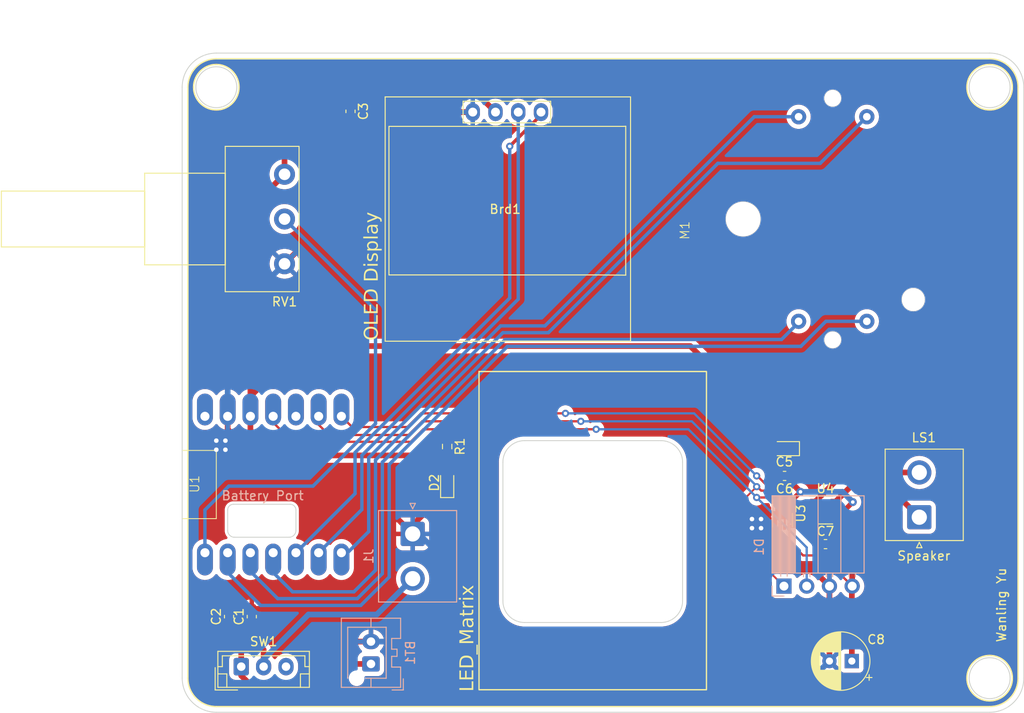
<source format=kicad_pcb>
(kicad_pcb (version 20221018) (generator pcbnew)
  (layers (0 "F.Cu" signal) (31 "B.Cu" signal) (34 "B.Paste" user) (35 "F.Paste" user) (36 "B.SilkS" user "B.Silkscreen") (37 "F.SilkS" user "F.Silkscreen") (38 "B.Mask" user) (39 "F.Mask" user) (44 "Edge.Cuts" user))
  (net 0 "")
  (net 2 "GND")
  (net 4 "/SCL")
  (net 5 "/SDA")
  (net 6 "+3.3V")
  (net 7 "Net-(U3-Vout)")
  (net 8 "Net-(U4-IN)")
  (net 9 "Net-(D2-A)")
  (net 10 "Net-(U4-OUT+)")
  (net 11 "Net-(U4-OUT-)")
  (net 12 "/M1")
  (net 13 "/M2")
  (net 14 "/M3")
  (net 15 "/M4")
  (net 16 "/Volumn")
  (net 18 "/SDI")
  (net 19 "/SCK")
  (net 20 "/CS")
  (net 21 "Net-(BT1-+)")
  (net 22 "Net-(J1-Pin_2)")
  (footprint "Capacitor_SMD:C_0603_1608Metric_Pad1.08x0.95mm_HandSolder" (layer "F.Cu") (at 81.4324 107.422 90)
    (fp_text reference "C2" (at 0 -1.43 90) (layer "F.SilkS"))
    (fp_text value "100n")
    (pad "1" smd roundrect (at -0.8625 0 90) (size 1.075 0.95) (layers "F.Cu" "F.Paste" "F.Mask") (net 21 "Net-(BT1-+)"))
    (pad "2" smd roundrect (at 0.8625 0 90) (size 1.075 0.95) (layers "F.Cu" "F.Paste" "F.Mask") (net 2 "GND"))
  )
  (footprint "Resistor_SMD:R_0603_1608Metric_Pad0.98x0.95mm_HandSolder" (layer "F.Cu") (at 105.791 88.4155 -90)
    (fp_text reference "R1" (at 0 -1.43 90) (layer "F.SilkS"))
    (fp_text value "1k")
    (pad "1" smd roundrect (at -0.9125 0 270) (size 0.975 0.95) (layers "F.Cu" "F.Paste" "F.Mask") (net 6 "+3.3V"))
    (pad "2" smd roundrect (at 0.9125 0 270) (size 0.975 0.95) (layers "F.Cu" "F.Paste" "F.Mask") (net 9 "Net-(D2-A)"))
  )
  (footprint "Capacitor_SMD:C_0603_1608Metric_Pad1.08x0.95mm_HandSolder" (layer "F.Cu") (at 94.996 50.957 -90)
    (fp_text reference "C3" (at 0 -1.43 90) (layer "F.SilkS"))
    (fp_text value "100n")
    (pad "1" smd roundrect (at -0.8625 0 270) (size 1.075 0.95) (layers "F.Cu" "F.Paste" "F.Mask") (net 6 "+3.3V"))
    (pad "2" smd roundrect (at 0.8625 0 270) (size 1.075 0.95) (layers "F.Cu" "F.Paste" "F.Mask") (net 2 "GND"))
  )
  (footprint "Potentiometer_THT:Potentiometer_Piher_PC-16_Single_Horizontal" (layer "F.Cu") (at 87.63 57.992 180)
    (fp_text reference "RV1" (at 0 -14.25) (layer "F.SilkS"))
    (fp_text value "R_Potentiometer")
    (pad "1" thru_hole circle (at 0 0 180) (size 2.34 2.34) (drill 1.3) (layers "*.Cu" "*.Mask") (net 6 "+3.3V"))
    (pad "2" thru_hole circle (at 0 -5 180) (size 2.34 2.34) (drill 1.3) (layers "*.Cu" "*.Mask") (net 16 "/Volumn"))
    (pad "3" thru_hole circle (at 0 -10 180) (size 2.34 2.34) (drill 1.3) (layers "*.Cu" "*.Mask") (net 2 "GND"))
  )
  (footprint "Capacitor_Tantalum_SMD:CP_EIA-1608-08_AVX-J_Pad1.25x1.05mm_HandSolder" (layer "F.Cu") (at 143.4477 88.6507 180)
    (fp_text reference "C5" (at 0 -1.48) (layer "F.SilkS"))
    (fp_text value "10u")
    (pad "1" smd roundrect (at -0.8 0 180) (size 1.25 1.05) (layers "F.Cu" "F.Paste" "F.Mask") (roundrect_rratio 0.2380952381) (net 6 "+3.3V"))
    (pad "2" smd roundrect (at 0.8 0 180) (size 1.25 1.05) (layers "F.Cu" "F.Paste" "F.Mask") (roundrect_rratio 0.2380952381) (net 2 "GND"))
  )
  (footprint "Capacitor_SMD:C_0603_1608Metric_Pad1.08x0.95mm_HandSolder" (layer "F.Cu") (at 143.4677 91.6987 180)
    (fp_text reference "C6" (at 0 -1.43) (layer "F.SilkS"))
    (fp_text value "100n")
    (pad "1" smd roundrect (at -0.8625 0 180) (size 1.075 0.95) (layers "F.Cu" "F.Paste" "F.Mask") (net 6 "+3.3V"))
    (pad "2" smd roundrect (at 0.8625 0 180) (size 1.075 0.95) (layers "F.Cu" "F.Paste" "F.Mask") (net 2 "GND"))
  )
  (footprint "Library:128x64OLED" (layer "F.Cu") (at 112.268 61.642)
    (fp_text reference "Brd1" (at 0 0.254) (layer "F.SilkS"))
    (fp_text value "SSD1306")
    (pad "1" thru_hole oval (at -3.62 -10.6 90) (size 2 1.6) (drill 1) (layers "*.Cu" "*.Mask") (net 2 "GND"))
    (pad "2" thru_hole oval (at -1.08 -10.6 90) (size 2 1.6) (drill 1) (layers "*.Cu" "*.Mask") (net 6 "+3.3V"))
    (pad "3" thru_hole oval (at 1.46 -10.6 90) (size 2 1.6) (drill 1) (layers "*.Cu" "*.Mask") (net 4 "/SCL"))
    (pad "4" thru_hole oval (at 4 -10.6 90) (size 2 1.6) (drill 1) (layers "*.Cu" "*.Mask") (net 5 "/SDA"))
  )
  (footprint "Connector_JST:JST_EH_B3B-EH-A_1x03_P2.50mm_Vertical" (layer "F.Cu") (at 82.7932 113.0106)
    (fp_text reference "SW1" (at 2.5 -2.8) (layer "F.SilkS"))
    (fp_text value "SW_SPDT")
    (pad "1" thru_hole roundrect (at 0 0) (size 1.7 1.95) (drill 0.95) (layers "*.Cu" "*.Mask") (roundrect_rratio 0.1470588235) (net 21 "Net-(BT1-+)"))
    (pad "2" thru_hole oval (at 2.5 0) (size 1.7 1.95) (drill 0.95) (layers "*.Cu" "*.Mask") (net 22 "Net-(J1-Pin_2)"))
    (pad "3" thru_hole oval (at 5 0) (size 1.7 1.95) (drill 0.95) (layers "*.Cu" "*.Mask"))
  )
  (footprint "Library:X27_stepper_motor" (layer "F.Cu") (at 159.004 60.452 90)
    (fp_text reference "M1" (at -3.81 -26.67 90 unlocked) (layer "F.SilkS") (effects (font (thickness 0.1))))
    (fp_text value "Stepper_Motor_bipolar")
    (fp_circle (center -16.04 -10.16) (end -15.09 -10.16) (stroke (width 0.05)) (fill none) (layer "Edge.Cuts"))
    (fp_circle (center -11.54 -1.16) (end -10.24 -1.16) (stroke (width 0.05)) (fill none) (layer "Edge.Cuts"))
    (fp_circle (center -2.54 -20.16) (end -0.59 -20.16) (stroke (width 0.05)) (fill none) (layer "Edge.Cuts"))
    (fp_circle (center 10.96 -10.16) (end 11.91 -10.16) (stroke (width 0.05)) (fill none) (layer "Edge.Cuts"))
    (pad "1" thru_hole circle (at 8.89 -13.97 90) (size 1.7 1.7) (drill 0.85) (layers "*.Cu" "*.Mask") (net 12 "/M1"))
    (pad "2" thru_hole circle (at 8.89 -6.35 90) (size 1.7 1.7) (drill 0.85) (layers "*.Cu" "*.Mask") (net 13 "/M2"))
    (pad "3" thru_hole circle (at -13.97 -6.35 90) (size 1.7 1.7) (drill 0.85) (layers "*.Cu" "*.Mask") (net 14 "/M3"))
    (pad "4" thru_hole circle (at -13.97 -13.97 90) (size 1.7 1.7) (drill 0.85) (layers "*.Cu" "*.Mask") (net 15 "/M4"))
  )
  (footprint "Package_DFN_QFN:DFN-8-1EP_3x2mm_P0.5mm_EP1.3x1.5mm" (layer "F.Cu") (at 143.2137 95.8897 -90)
    (fp_text reference "U3" (at 0 -2.05 90) (layer "F.SilkS"))
    (fp_text value "MCP4921")
    (pad "1" smd rect (at -1.45 -0.75 270) (size 0.75 0.3) (layers "F.Cu" "F.Paste" "F.Mask") (net 6 "+3.3V"))
    (pad "2" smd rect (at -1.45 -0.25 270) (size 0.75 0.3) (layers "F.Cu" "F.Paste" "F.Mask") (net 20 "/CS"))
    (pad "3" smd rect (at -1.45 0.25 270) (size 0.75 0.3) (layers "F.Cu" "F.Paste" "F.Mask") (net 19 "/SCK"))
    (pad "4" smd rect (at -1.45 0.75 270) (size 0.75 0.3) (layers "F.Cu" "F.Paste" "F.Mask") (net 18 "/SDI"))
    (pad "5" smd rect (at 1.45 0.75 270) (size 0.75 0.3) (layers "F.Cu" "F.Paste" "F.Mask") (net 2 "GND"))
    (pad "6" smd rect (at 1.45 0.25 270) (size 0.75 0.3) (layers "F.Cu" "F.Paste" "F.Mask") (net 6 "+3.3V"))
    (pad "7" smd rect (at 1.45 -0.25 270) (size 0.75 0.3) (layers "F.Cu" "F.Paste" "F.Mask") (net 2 "GND"))
    (pad "8" smd rect (at 1.45 -0.75 270) (size 0.75 0.3) (layers "F.Cu" "F.Paste" "F.Mask") (net 7 "Net-(U3-Vout)"))
    (pad "9" smd rect (at 0 0 270) (size 1.3 1.5) (layers "F.Cu" "F.Mask") (net 2 "GND"))
  )
  (footprint "Library:XIAO_ESP32_SENSE" (layer "F.Cu") (at 86.36 92.6592 90)
    (fp_text reference "U1" (at 0.0508 -8.763 90 unlocked) (layer "F.SilkS") (effects (font (thickness 0.1))))
    (fp_text value "Xiao-ESP32")
    (pad "1" thru_hole oval (at -7.62 -7.62 90) (size 3.556 1.778) (drill 1.016 (offset -0.762 0)) (layers "*.Cu" "*.Mask") (net 16 "/Volumn"))
    (pad "2" thru_hole oval (at -7.62 -5.08 90) (size 3.556 1.778) (drill 1.016 (offset -0.762 0)) (layers "*.Cu" "*.Mask") (net 14 "/M3"))
    (pad "3" thru_hole oval (at -7.62 -2.54 90) (size 3.556 1.778) (drill 1.016 (offset -0.762 0)) (layers "*.Cu" "*.Mask") (net 15 "/M4"))
    (pad "4" thru_hole oval (at -7.62 0 90) (size 3.556 1.778) (drill 1.016 (offset -0.762 0)) (layers "*.Cu" "*.Mask") (net 13 "/M2"))
    (pad "5" thru_hole oval (at -7.62 2.54 90) (size 3.556 1.778) (drill 1.016 (offset -0.762 0)) (layers "*.Cu" "*.Mask") (net 5 "/SDA"))
    (pad "6" thru_hole oval (at -7.62 5.08 90) (size 3.556 1.778) (drill 1.016 (offset -0.762 0)) (layers "*.Cu" "*.Mask") (net 4 "/SCL"))
    (pad "7" thru_hole oval (at -7.62 7.62 90) (size 3.556 1.778) (drill 1.016 (offset -0.762 0)) (layers "*.Cu" "*.Mask") (net 12 "/M1"))
    (pad "8" thru_hole oval (at 7.62 -7.62 90) (size 3.556 1.778) (drill 1.016 (offset 0.762 0)) (layers "*.Cu" "*.Mask"))
    (pad "9" thru_hole oval (at 7.62 -5.08 90) (size 3.556 1.778) (drill 1.016 (offset 0.762 0)) (layers "*.Cu" "*.Mask") (net 2 "GND"))
    (pad "10" thru_hole oval (at 7.62 -2.54 90) (size 3.556 1.778) (drill 1.016 (offset 0.762 0)) (layers "*.Cu" "*.Mask") (net 6 "+3.3V"))
    (pad "11" thru_hole oval (at 7.62 0 90) (size 3.556 1.778) (drill 1.016 (offset 0.762 0)) (layers "*.Cu" "*.Mask") (net 18 "/SDI"))
    (pad "12" thru_hole oval (at 7.62 2.54 90) (size 3.556 1.778) (drill 1.016 (offset 0.762 0)) (layers "*.Cu" "*.Mask"))
    (pad "13" thru_hole oval (at 7.62 5.08 90) (size 3.556 1.778) (drill 1.016 (offset 0.762 0)) (layers "*.Cu" "*.Mask") (net 19 "/SCK"))
    (pad "14" thru_hole oval (at 7.62 7.62 90) (size 3.556 1.778) (drill 1.016 (offset 0.762 0)) (layers "*.Cu" "*.Mask") (net 20 "/CS"))
  )
  (footprint "Package_TO_SOT_SMD:SOT-23-6" (layer "F.Cu") (at 148.0397 95.5087)
    (fp_text reference "U4" (at 0 -2.4) (layer "F.SilkS"))
    (fp_text value "PAM8301")
    (pad "1" smd roundrect (at -1.1375 -0.95) (size 1.325 0.6) (layers "F.Cu" "F.Paste" "F.Mask") (net 11 "Net-(U4-OUT-)"))
    (pad "2" smd roundrect (at -1.1375 0) (size 1.325 0.6) (layers "F.Cu" "F.Paste" "F.Mask") (net 2 "GND"))
    (pad "3" smd roundrect (at -1.1375 0.95) (size 1.325 0.6) (layers "F.Cu" "F.Paste" "F.Mask") (net 8 "Net-(U4-IN)"))
    (pad "4" smd roundrect (at 1.1375 0.95) (size 1.325 0.6) (layers "F.Cu" "F.Paste" "F.Mask") (net 6 "+3.3V"))
    (pad "5" smd roundrect (at 1.1375 0) (size 1.325 0.6) (layers "F.Cu" "F.Paste" "F.Mask") (net 6 "+3.3V"))
    (pad "6" smd roundrect (at 1.1375 -0.95) (size 1.325 0.6) (layers "F.Cu" "F.Paste" "F.Mask") (net 10 "Net-(U4-OUT+)"))
  )
  (footprint "Capacitor_SMD:C_0603_1608Metric_Pad1.08x0.95mm_HandSolder" (layer "F.Cu") (at 148.0397 99.3187)
    (fp_text reference "C7" (at 0 -1.43) (layer "F.SilkS"))
    (fp_text value "100n")
    (pad "1" smd roundrect (at -0.8625 0) (size 1.075 0.95) (layers "F.Cu" "F.Paste" "F.Mask") (net 7 "Net-(U3-Vout)"))
    (pad "2" smd roundrect (at 0.8625 0) (size 1.075 0.95) (layers "F.Cu" "F.Paste" "F.Mask") (net 8 "Net-(U4-IN)"))
  )
  (footprint "Capacitor_SMD:C_0603_1608Metric_Pad1.08x0.95mm_HandSolder" (layer "F.Cu") (at 83.9724 107.422 90)
    (fp_text reference "C1" (at 0 -1.43 90) (layer "F.SilkS"))
    (fp_text value "1u")
    (pad "1" smd roundrect (at -0.8625 0 90) (size 1.075 0.95) (layers "F.Cu" "F.Paste" "F.Mask") (net 22 "Net-(J1-Pin_2)"))
    (pad "2" smd roundrect (at 0.8625 0 90) (size 1.075 0.95) (layers "F.Cu" "F.Paste" "F.Mask") (net 2 "GND"))
  )
  (footprint "Connector_JST:JST_NV_B02P-NV_1x02_P5.00mm_Vertical" (layer "F.Cu") (at 158.5133 96.313 90)
    (fp_text reference "LS1" (at 8.89 0.508 180) (layer "F.SilkS"))
    (fp_text value "Speaker")
    (pad "1" thru_hole roundrect (at 0 0 90) (size 2.7 2.7) (drill 1.7) (layers "*.Cu" "*.Mask") (roundrect_rratio 0.09259296296) (net 10 "Net-(U4-OUT+)"))
    (pad "2" thru_hole circle (at 5 0 90) (size 2.7 2.7) (drill 1.7) (layers "*.Cu" "*.Mask") (net 11 "Net-(U4-OUT-)"))
  )
  (footprint "LED_SMD:LED_0603_1608Metric_Pad1.05x0.95mm_HandSolder" (layer "F.Cu") (at 105.791 92.456 90)
    (fp_text reference "D2" (at 0 -1.43 90) (layer "F.SilkS"))
    (fp_text value "LED")
    (pad "1" smd roundrect (at -0.875 0 90) (size 1.05 0.95) (layers "F.Cu" "F.Paste" "F.Mask") (net 2 "GND"))
    (pad "2" smd roundrect (at 0.875 0 90) (size 1.05 0.95) (layers "F.Cu" "F.Paste" "F.Mask") (net 9 "Net-(D2-A)"))
  )
  (footprint "Capacitor_THT:CP_Radial_D6.3mm_P2.50mm" (layer "F.Cu") (at 150.9803 112.3892 180)
    (fp_text reference "C8" (at -2.707 2.4072) (layer "F.SilkS"))
    (fp_text value locked "220u")
    (pad "1" thru_hole rect (at 0 0 180) (size 1.6 1.6) (drill 0.8) (layers "*.Cu" "*.Mask") (net 6 "+3.3V"))
    (pad "2" thru_hole circle (at 2.5 0 180) (size 1.6 1.6) (drill 0.8) (layers "*.Cu" "*.Mask") (net 2 "GND"))
  )
  (footprint "Connector_PinSocket_2.54mm:PinSocket_1x04_P2.54mm_Horizontal" (layer "B.Cu") (at 143.4003 104.013 -90)
    (fp_text reference "D1" (at -4.38 2.77 90) (layer "B.SilkS") (effects (justify mirror)))
    (fp_text value "LED_Matrix")
    (pad "1" thru_hole rect (at 0 0 270) (size 1.7 1.7) (drill 1) (layers "*.Cu" "*.Mask") (net 19 "/SCK"))
    (pad "2" thru_hole oval (at 0 -2.54 270) (size 1.7 1.7) (drill 1) (layers "*.Cu" "*.Mask") (net 18 "/SDI"))
    (pad "3" thru_hole oval (at 0 -5.08 270) (size 1.7 1.7) (drill 1) (layers "*.Cu" "*.Mask") (net 2 "GND"))
    (pad "4" thru_hole oval (at 0 -7.62 270) (size 1.7 1.7) (drill 1) (layers "*.Cu" "*.Mask") (net 6 "+3.3V"))
  )
  (footprint "Connector_JST:JST_XA_B02B-XASK-1-A_1x02_P2.50mm_Vertical" (layer "B.Cu") (at 97.282 112.7106 90)
    (fp_text reference "BT1" (at 1.25 4.4 90) (layer "B.SilkS") (effects (justify mirror)))
    (fp_text value "Battery_Cell")
    (pad "" np_thru_hole circle (at -1.6 -1.6 90) (size 1.25 1.25) (drill 1.25) (layers "*.Cu" "*.Mask"))
    (pad "1" thru_hole roundrect (at 0 0 90) (size 1.7 1.95) (drill 0.95) (layers "*.Cu" "*.Mask") (roundrect_rratio 0.1470588235) (net 21 "Net-(BT1-+)"))
    (pad "2" thru_hole oval (at 2.5 0 90) (size 1.7 1.95) (drill 0.95) (layers "*.Cu" "*.Mask") (net 2 "GND"))
  )
  (footprint "Connector_JST:JST_NV_B02P-NV_1x02_P5.00mm_Vertical" (layer "B.Cu") (at 101.939 98.1795 -90)
    (fp_text reference "J1" (at 2.5 4.9 -270) (layer "B.SilkS") (effects (justify mirror)))
    (fp_text value "Conn_01x02_Pin")
    (pad "1" thru_hole roundrect (at 0 0 270) (size 2.7 2.7) (drill 1.7) (layers "*.Cu" "*.Mask") (roundrect_rratio 0.09259296296) (net 2 "GND"))
    (pad "2" thru_hole circle (at 5 0 270) (size 2.7 2.7) (drill 1.7) (layers "*.Cu" "*.Mask") (net 22 "Net-(J1-Pin_2)"))
  )
  (gr_arc (start 80.01 117.475) (mid 77.764936 116.545064) (end 76.835 114.3) (stroke (width 0.15)) (layer "F.SilkS"))
  (gr_rect (start 109.347 80.03179) (end 134.747 115.59179) (stroke (width 0.15)) (fill none) (layer "F.SilkS"))
  (gr_arc (start 166.37 45.085) (mid 168.615064 46.014936) (end 169.545 48.26) (stroke (width 0.15)) (layer "F.SilkS"))
  (gr_circle (center 80.01 48.26) (end 82.55 48.26) (stroke (width 0.15)) (fill none) (layer "F.SilkS"))
  (gr_line (start 80.01 45.085) (end 166.37 45.085) (stroke (width 0.15)) (layer "F.SilkS"))
  (gr_line (start 166.37 117.475) (end 80.01 117.475) (stroke (width 0.15)) (layer "F.SilkS"))
  (gr_circle (center 166.37 114.3) (end 168.91 114.3) (stroke (width 0.15)) (fill none) (layer "F.SilkS"))
  (gr_arc (start 76.835 48.26) (mid 77.764936 46.014936) (end 80.01 45.085) (stroke (width 0.15)) (layer "F.SilkS"))
  (gr_circle (center 166.37 48.26) (end 168.91 48.26) (stroke (width 0.15)) (fill none) (layer "F.SilkS"))
  (gr_line (start 76.835 114.3) (end 76.835 48.26) (stroke (width 0.15)) (layer "F.SilkS"))
  (gr_arc (start 169.545 114.3) (mid 168.615064 116.545064) (end 166.37 117.475) (stroke (width 0.15)) (layer "F.SilkS"))
  (gr_line (start 169.545 48.26) (end 169.545 114.3) (stroke (width 0.15)) (layer "F.SilkS"))
  (gr_circle (center 80.01 48.26) (end 82.296 48.26) (stroke (width 0.1)) (fill none) (layer "Edge.Cuts"))
  (gr_line (start 88.9 97.79) (end 88.9 95.504) (stroke (width 0.1)) (layer "Edge.Cuts"))
  (gr_line (start 112.014 90.17) (end 112.014 105.664) (stroke (width 0.1)) (layer "Edge.Cuts"))
  (gr_arc (start 129.667 87.757) (mid 131.373249 88.463751) (end 132.08 90.17) (stroke (width 0.1)) (layer "Edge.Cuts"))
  (gr_line (start 80.01 118.11) (end 166.37 118.11) (stroke (width 0.1)) (layer "Edge.Cuts"))
  (gr_arc (start 114.427 108.077) (mid 112.720751 107.370249) (end 112.014 105.664) (stroke (width 0.1)) (layer "Edge.Cuts"))
  (gr_arc (start 170.18 114.3) (mid 169.064077 116.994077) (end 166.37 118.11) (stroke (width 0.1)) (layer "Edge.Cuts"))
  (gr_line (start 88.265 94.869) (end 81.915 94.869) (stroke (width 0.1)) (layer "Edge.Cuts"))
  (gr_arc (start 166.37 44.45) (mid 169.064077 45.565923) (end 170.18 48.26) (stroke (width 0.1)) (layer "Edge.Cuts"))
  (gr_arc (start 88.265 94.869) (mid 88.714013 95.054987) (end 88.9 95.504) (stroke (width 0.1)) (layer "Edge.Cuts"))
  (gr_arc (start 81.28 95.504) (mid 81.465987 95.054987) (end 81.915 94.869) (stroke (width 0.1)) (layer "Edge.Cuts"))
  (gr_arc (start 132.08 105.664) (mid 131.373249 107.370249) (end 129.667 108.077) (stroke (width 0.1)) (layer "Edge.Cuts"))
  (gr_line (start 132.08 105.664) (end 132.08 90.17) (stroke (width 0.1)) (layer "Edge.Cuts"))
  (gr_arc (start 76.2 48.26) (mid 77.315923 45.565923) (end 80.01 44.45) (stroke (width 0.1)) (layer "Edge.Cuts"))
  (gr_circle (center 166.37 114.3) (end 168.656 114.3) (stroke (width 0.1)) (fill none) (layer "Edge.Cuts"))
  (gr_line (start 170.18 48.26) (end 170.18 114.3) (stroke (width 0.1)) (layer "Edge.Cuts"))
  (gr_arc (start 80.01 118.11) (mid 77.323786 116.986214) (end 76.2 114.3) (stroke (width 0.1)) (layer "Edge.Cuts"))
  (gr_circle (center 166.37 48.26) (end 168.656 48.26) (stroke (width 0.1)) (fill none) (layer "Edge.Cuts"))
  (gr_line (start 76.2 114.3) (end 76.2 48.26) (stroke (width 0.1)) (layer "Edge.Cuts"))
  (gr_line (start 80.01 44.45) (end 166.37 44.45) (stroke (width 0.1)) (layer "Edge.Cuts"))
  (gr_arc (start 112.014 90.17) (mid 112.720751 88.463751) (end 114.427 87.757) (stroke (width 0.1)) (layer "Edge.Cuts"))
  (gr_arc (start 88.9 97.79) (mid 88.676815 98.328815) (end 88.138 98.552) (stroke (width 0.1)) (layer "Edge.Cuts"))
  (gr_arc (start 82.042 98.552) (mid 81.503185 98.328815) (end 81.28 97.79) (stroke (width 0.1)) (layer "Edge.Cuts"))
  (gr_line (start 81.28 95.504) (end 81.28 97.79) (stroke (width 0.1)) (layer "Edge.Cuts"))
  (gr_line (start 129.667 87.757) (end 114.427 87.757) (stroke (width 0.1)) (layer "Edge.Cuts"))
  (gr_line (start 82.042 98.552) (end 88.138 98.552) (stroke (width 0.1)) (layer "Edge.Cuts"))
  (gr_line (start 114.427 108.077) (end 129.667 108.077) (stroke (width 0.1)) (layer "Edge.Cuts"))
  (gr_text "Battery Port" (at 80.518 94.488) (layer "B.SilkS") (effects (font (size 1 1)) (justify left bottom)))
  (gr_text "LED_Matrix" (at 108.966 115.824 90) (layer "F.SilkS") (effects (font (size 1.524 1.524)) (justify left bottom)))
  (gr_text "Wanling Yu" (at 168.275 110.363 90) (layer "F.SilkS") (effects (font (size 1 1)) (justify left bottom)))
  (gr_text "Speaker" (at 155.9733 101.219) (layer "F.SilkS") (effects (font (size 1 1)) (justify left bottom)))
  (gr_text "OLED Display" (at 98.298 76.581 90) (layer "F.SilkS") (effects (font (size 1.524 1.524)) (justify left bottom)))
  (segment (start 143.4637 97.3397) (end 143.4637 96.1397) (width 0.2032) (layer "F.Cu") (net 2))
  (segment (start 146.0673 101.6) (end 145.161 101.6) (width 0.635) (layer "F.Cu") (net 2))
  (segment (start 142.4633 96.6397) (end 143.2133 95.8897) (width 0.2032) (layer "F.Cu") (net 2))
  (segment (start 94.996 51.8195) (end 94.996 60.626) (width 0.635) (layer "F.Cu") (net 2))
  (segment (start 143.5943 95.5087) (end 143.2137 95.8893) (width 0.381) (layer "F.Cu") (net 2))
  (segment (start 85.598 90.805) (end 94.5645 90.805) (width 0.635) (layer "F.Cu") (net 2))
  (segment (start 83.9789 106.553) (end 83.9724 106.5595) (width 0.635) (layer "F.Cu") (net 2))
  (segment (start 148.8618 112.3435) (end 148.526 112.3435) (width 0.25) (layer "F.Cu") (net 2))
  (segment (start 81.28 85.0392) (end 81.28 86.487) (width 0.635) (layer "F.Cu") (net 2))
  (segment (start 146.9022 95.5087) (end 143.5947 95.5087) (width 0.508) (layer "F.Cu") (net 2))
  (segment (start 148.4803 104.013) (end 148.4803 112.389) (width 0.635) (layer "F.Cu") (net 2))
  (segment (start 148.526 112.3435) (end 148.4803 112.3892) (width 0.25) (layer "F.Cu") (net 2))
  (segment (start 142.2962 96.4472) (end 142.8537 95.8897) (width 0.635) (layer "F.Cu") (net 2))
  (segment (start 148.4803 104.013) (end 146.0673 101.6) (width 0.635) (layer "F.Cu") (net 2))
  (segment (start 101.939 98.1795) (end 101.939 97.183) (width 0.635) (layer "F.Cu") (net 2))
  (segment (start 97.282 110.2106) (end 91.9226 110.2106) (width 0.635) (layer "F.Cu") (net 2))
  (segment (start 95.7735 51.042) (end 94.996 51.8195) (width 0.635) (layer "F.Cu") (net 2))
  (segment (start 81.28 86.487) (end 85.598 90.805) (width 0.635) (layer "F.Cu") (net 2))
  (segment (start 108.648 51.042) (end 95.7735 51.042) (width 0.635) (layer "F.Cu") (net 2))
  (segment (start 143.2137 95.8893) (end 143.2137 95.8897) (width 0.25) (layer "F.Cu") (net 2))
  (segment (start 143.4637 96.1397) (end 143.2137 95.8897) (width 0.25) (layer "F.Cu") (net 2))
  (segment (start 148.0993 104.013) (end 148.4803 104.013) (width 0.25) (layer "F.Cu") (net 2))
  (segment (start 143.2137 95.8893) (end 143.2133 95.8897) (width 0.381) (layer "F.Cu") (net 2))
  (segment (start 148.8163 112.298) (end 148.8618 112.3435) (width 0.635) (layer "F.Cu") (net 2))
  (segment (start 94.996 60.626) (end 87.63 67.992) (width 0.635) (layer "F.Cu") (net 2))
  (segment (start 142.2962 98.7352) (end 142.2962 96.4472) (width 0.635) (layer "F.Cu") (net 2))
  (segment (start 142.6477 88.6507) (end 142.6052 88.6932) (width 0.25) (layer "F.Cu") (net 2))
  (segment (start 148.8618 112.3435) (end 148.9073 112.389) (width 0.635) (layer "F.Cu") (net 2))
  (segment (start 88.265 106.553) (end 83.9789 106.553) (width 0.635) (layer "F.Cu") (net 2))
  (segment (start 101.939 97.183) (end 105.791 93.331) (width 0.635) (layer "F.Cu") (net 2))
  (segment (start 94.5645 90.805) (end 101.939 98.1795) (width 0.635) (layer "F.Cu") (net 2))
  (segment (start 148.4803 112.389) (end 148.4803 112.3892) (width 0.25) (layer "F.Cu") (net 2))
  (segment (start 145.161 101.6) (end 142.2962 98.7352) (width 0.635) (layer "F.Cu") (net 2))
  (segment (start 142.4633 97.3397) (end 142.4633 96.6397) (width 0.2032) (layer "F.Cu") (net 2))
  (segment (start 143.4633 96.1397) (end 143.2133 95.8897) (width 0.2032) (layer "F.Cu") (net 2))
  (segment (start 142.4633 97.3397) (end 142.4637 97.3397) (width 0.25) (layer "F.Cu") (net 2))
  (segment (start 142.4633 97.3397) (end 142.4633 98.377) (width 0.25) (layer "F.Cu") (net 2))
  (segment (start 142.6052 88.6932) (end 142.6052 91.6987) (width 0.25) (layer "F.Cu") (net 2))
  (segment (start 91.9226 110.2106) (end 88.265 106.553) (width 0.635) (layer "F.Cu") (net 2))
  (segment (start 143.5947 95.5087) (end 143.2137 95.8897) (width 0.508) (layer "F.Cu") (net 2))
  (segment (start 81.4324 106.5595) (end 83.9724 106.5595) (width 0.635) (layer "F.Cu") (net 2))
  (segment (start 142.8537 95.8897) (end 143.2137 95.8897) (width 0.635) (layer "F.Cu") (net 2))
  (segment (start 146.9023 95.5087) (end 146.9022 95.5087) (width 0.381) (layer "F.Cu") (net 2))
  (via (at 139.827 96.52) (size 1.016) (drill 0.508) (layers "F.Cu" "B.Cu") (net 2))
  (via (at 80.01 88.773) (size 1.016) (drill 0.508) (layers "F.Cu" "B.Cu") (net 2))
  (via (at 81.026 87.757) (size 1.016) (drill 0.508) (layers "F.Cu" "B.Cu") (net 2))
  (via (at 80.01 87.757) (size 1.016) (drill 0.508) (layers "F.Cu" "B.Cu") (net 2))
  (via (at 140.843 96.52) (size 1.016) (drill 0.508) (layers "F.Cu" "B.Cu") (net 2))
  (via (at 139.827 97.536) (size 1.016) (drill 0.508) (layers "F.Cu" "B.Cu") (net 2))
  (via (at 81.026 88.773) (size 1.016) (drill 0.508) (layers "F.Cu" "B.Cu") (net 2))
  (via (at 140.843 97.536) (size 1.016) (drill 0.508) (layers "F.Cu" "B.Cu") (net 2))
  (segment (start 105.41 104.902) (end 110.617 110.109) (width 0.635) (layer "B.Cu") (net 2))
  (segment (start 100.1014 110.2106) (end 105.41 104.902) (width 0.635) (layer "B.Cu") (net 2))
  (segment (start 114.173 110.109) (end 119.761 115.697) (width 0.635) (layer "B.Cu") (net 2))
  (segment (start 110.617 110.109) (end 114.173 110.109) (width 0.635) (layer "B.Cu") (net 2))
  (segment (start 87.63 67.992) (end 81.28 74.342) (width 0.635) (layer "B.Cu") (net 2))
  (segment (start 119.761 115.697) (end 145.1725 115.697) (width 0.635) (layer "B.Cu") (net 2))
  (segment (start 81.28 74.342) (end 81.28 85.0392) (width 0.635) (layer "B.Cu") (net 2))
  (segment (start 105.41 104.902) (end 105.41 100.965) (width 0.635) (layer "B.Cu") (net 2))
  (segment (start 97.282 110.2106) (end 100.1014 110.2106) (width 0.635) (layer "B.Cu") (net 2))
  (segment (start 102.6245 98.1795) (end 101.939 98.1795) (width 0.635) (layer "B.Cu") (net 2))
  (segment (start 145.1725 115.697) (end 148.4803 112.3892) (width 0.635) (layer "B.Cu") (net 2))
  (segment (start 105.41 100.965) (end 102.6245 98.1795) (width 0.635) (layer "B.Cu") (net 2))
  (segment (start 91.44 100.2792) (end 96.266 95.4532) (width 0.381) (layer "B.Cu") (net 4))
  (segment (start 96.266 89.408) (end 113.728 71.946) (width 0.381) (layer "B.Cu") (net 4))
  (segment (start 96.266 95.4532) (end 96.266 89.408) (width 0.381) (layer "B.Cu") (net 4))
  (segment (start 113.728 71.946) (end 113.728 51.042) (width 0.381) (layer "B.Cu") (net 4))
  (segment (start 112.776 54.864) (end 116.268 51.372) (width 0.381) (layer "F.Cu") (net 5))
  (segment (start 116.268 51.372) (end 116.268 51.042) (width 0.381) (layer "F.Cu") (net 5))
  (via (at 112.776 54.864) (size 0.8) (drill 0.4) (layers "F.Cu" "B.Cu") (net 5))
  (segment (start 112.776 71.8185) (end 95.504 89.0905) (width 0.381) (layer "B.Cu") (net 5))
  (segment (start 95.504 89.0905) (end 95.504 93.6752) (width 0.381) (layer "B.Cu") (net 5))
  (segment (start 95.504 93.6752) (end 88.9 100.2792) (width 0.381) (layer "B.Cu") (net 5))
  (segment (start 112.776 54.864) (end 112.776 71.8185) (width 0.381) (layer "B.Cu") (net 5))
  (segment (start 144.2475 88.6509) (end 144.3563 88.7597) (width 0.635) (layer "F.Cu") (net 6))
  (segment (start 144.3563 91.6722) (end 144.3303 91.6987) (width 0.635) (layer "F.Cu") (net 6))
  (segment (start 150.9803 112.389) (end 150.9803 104.053) (width 0.635) (layer "F.Cu") (net 6))
  (segment (start 144.2473 88.6507) (end 144.2475 88.6509) (width 0.635) (layer "F.Cu") (net 6))
  (segment (start 149.1773 95.9837) (end 149.1773 96.4587) (width 0.5588) (layer "F.Cu") (net 6))
  (segment (start 151.0873 94.6197) (end 150.1983 95.5087) (width 0.5588) (layer "F.Cu") (net 6))
  (segment (start 150.9803 112.389) (end 150.9803 112.3892) (width 0.25) (layer "F.Cu") (net 6))
  (segment (start 108.66 48.514) (end 111.188 51.042) (width 0.635) (layer "F.Cu") (net 6))
  (segment (start 144.2477 88.4947) (end 144.2477 88.6507) (width 0.635) (layer "F.Cu") (net 6))
  (segment (start 150.9803 104.053) (end 151.0203 104.013) (width 0.635) (layer "F.Cu") (net 6))
  (segment (start 149.1773 96.4587) (end 149.1772 96.4587) (width 0.25) (layer "F.Cu") (net 6))
  (segment (start 83.82 61.802) (end 87.63 57.992) (width 0.635) (layer "F.Cu") (net 6))
  (segment (start 89.4365 77.1875) (end 132.9405 77.1875) (width 0.635) (layer "F.Cu") (net 6))
  (segment (start 87.63 53.975) (end 91.5105 50.0945) (width 0.635) (layer "F.Cu") (net 6))
  (segment (start 87.63 57.992) (end 87.63 53.975) (width 0.635) (layer "F.Cu") (net 6))
  (segment (start 143.9637 94.4397) (end 144.1313 94.4397) (width 0.25) (layer "F.Cu") (net 6))
  (segment (start 145.2453 93.4767) (end 144.2823 94.4397) (width 0.5588) (layer "F.Cu") (net 6))
  (segment (start 104.013 87.503) (end 102.108 89.408) (width 0.635) (layer "F.Cu") (net 6))
  (segment (start 105.791 87.503) (end 104.013 87.503) (width 0.635) (layer "F.Cu") (net 6))
  (segment (start 151.3818 112.3635) (end 151.4073 112.389) (width 0.635) (layer "F.Cu") (net 6))
  (segment (start 142.9637 97.3397) (end 142.9637 98.0057) (width 0.25) (layer "F.Cu") (net 6))
  (segment (start 144.3303 91.6987) (end 144.3303 92.5612) (width 0.635) (layer "F.Cu") (net 6))
  (segment (start 144.3303 92.5612) (end 145.2453 93.4767) (width 0.635) (layer "F.Cu") (net 6))
  (segment (start 83.82 85.0392) (end 83.82 61.802) (width 0.635) (layer "F.Cu") (net 6))
  (segment (start 142.9637 98.0057) (end 145.542 100.584) (width 0.25) (layer "F.Cu") (net 6))
  (segment (start 102.108 89.408) (end 86.614 89.408) (width 0.635) (layer "F.Cu") (net 6))
  (segment (start 144.2823 94.4397) (end 144.1313 94.4397) (width 0.5588) (layer "F.Cu") (net 6))
  (segment (start 147.5913 100.584) (end 151.0203 104.013) (width 0.25) (layer "F.Cu") (net 6))
  (segment (start 145.542 100.584) (end 147.5913 100.584) (width 0.25) (layer "F.Cu") (net 6))
  (segment (start 132.9405 77.1875) (end 144.2477 88.4947) (width 0.635) (layer "F.Cu") (net 6))
  (segment (start 149.1772 95.5087) (end 149.1773 95.5087) (width 0.25) (layer "F.Cu") (net 6))
  (segment (start 91.5105 50.0945) (end 94.996 50.0945) (width 0.635) (layer "F.Cu") (net 6))
  (segment (start 86.614 89.408) (end 83.82 86.614) (width 0.635) (layer "F.Cu") (net 6))
  (segment (start 149.1773 96.4587) (end 151.0203 98.3017) (width 0.635) (layer "F.Cu") (net 6))
  (segment (start 144.3302 91.6987) (end 144.3303 91.6987) (width 0.25) (layer "F.Cu") (net 6))
  (segment (start 144.3563 91.7252) (end 144.3303 91.6987) (width 0.2032) (layer "F.Cu") (net 6))
  (segment (start 83.82 82.804) (end 89.4365 77.1875) (width 0.635) (layer "F.Cu") (net 6))
  (segment (start 151.006 112.3635) (end 150.9803 112.3892) (width 0.25) (layer "F.Cu") (net 6))
  (segment (start 149.1773 95.5087) (end 149.1773 95.9837) (width 0.5588) (layer "F.Cu") (net 6))
  (segment (start 96.5765 48.514) (end 108.66 48.514) (width 0.635) (layer "F.Cu") (net 6))
  (segment (start 83.82 86.614) (end 83.82 85.0392) (width 0.635) (layer "F.Cu") (net 6))
  (segment (start 83.82 85.0392) (end 83.82 82.804) (width 0.635) (layer "F.Cu") (net 6))
  (segment (start 144.3563 88.7597) (end 144.3563 91.6722) (width 0.635) (layer "F.Cu") (net 6))
  (segment (start 150.9803 112.3892) (end 150.9803 112.435) (width 0.25) (layer "F.Cu") (net 6))
  (segment (start 151.3563 112.338) (end 151.3818 112.3635) (width 0.635) (layer "F.Cu") (net 6))
  (segment (start 151.3818 112.3635) (end 151.006 112.3635) (width 0.25) (layer "F.Cu") (net 6))
  (segment (start 150.1983 95.5087) (end 149.1773 95.5087) (width 0.5588) (layer "F.Cu") (net 6))
  (segment (start 94.996 50.0945) (end 96.5765 48.514) (width 0.635) (layer "F.Cu") (net 6))
  (segment (start 144.2477 88.6507) (end 144.2475 88.6509) (width 0.25) (layer "F.Cu") (net 6))
  (segment (start 151.0203 98.3017) (end 151.0203 104.013) (width 0.635) (layer "F.Cu") (net 6))
  (via (at 145.2453 93.4767) (size 0.889) (drill 0.4) (layers "F.Cu" "B.Cu") (net 6))
  (via (at 151.0873 94.6197) (size 0.889) (drill 0.4) (layers "F.Cu" "B.Cu") (net 6))
  (segment (start 145.2453 93.4767) (end 149.9443 93.4767) (width 0.635) (layer "B.Cu") (net 6))
  (segment (start 149.9443 93.4767) (end 151.0873 94.6197) (width 0.635) (layer "B.Cu") (net 6))
  (segment (start 145.1983 97.3397) (end 147.1772 99.3186) (width 0.3048) (layer "F.Cu") (net 7))
  (segment (start 143.9633 97.3397) (end 143.9637 97.3397) (width 0.3048) (layer "F.Cu") (net 7))
  (segment (start 143.9637 97.3397) (end 145.1983 97.3397) (width 0.3048) (layer "F.Cu") (net 7))
  (segment (start 147.1772 99.3186) (end 147.1772 99.3187) (width 0.25) (layer "F.Cu") (net 7))
  (segment (start 147.1772 99.3186) (end 147.1773 99.3187) (width 0.3048) (layer "F.Cu") (net 7))
  (segment (start 146.9022 96.4587) (end 146.9023 96.4588) (width 0.25) (layer "F.Cu") (net 8))
  (segment (start 146.9023 96.4588) (end 146.9023 96.6572) (width 0.25) (layer "F.Cu") (net 8))
  (segment (start 148.9023 98.6572) (end 148.9023 99.0307) (width 0.3048) (layer "F.Cu") (net 8))
  (segment (start 148.9023 99.0307) (end 148.9023 99.3187) (width 0.3048) (layer "F.Cu") (net 8))
  (segment (start 146.9023 96.6572) (end 148.9023 98.6572) (width 0.3048) (layer "F.Cu") (net 8))
  (segment (start 148.9023 99.0307) (end 148.9022 99.0308) (width 0.25) (layer "F.Cu") (net 8))
  (segment (start 148.9022 99.0308) (end 148.9022 99.3187) (width 0.25) (layer "F.Cu") (net 8))
  (segment (start 105.791 91.581) (end 105.791 89.328) (width 0.635) (layer "F.Cu") (net 9))
  (segment (start 149.1773 94.5587) (end 149.86 93.8762) (width 0.635) (layer "F.Cu") (net 10))
  (segment (start 155.0673 92.8671) (end 158.5133 96.313) (width 0.635) (layer "F.Cu") (net 10))
  (segment (start 150.8693 92.8671) (end 155.0673 92.8671) (width 0.635) (layer "F.Cu") (net 10))
  (segment (start 149.86 93.8762) (end 150.8693 92.8671) (width 0.635) (layer "F.Cu") (net 10))
  (segment (start 149.8597 93.8762) (end 149.1772 94.5587) (width 0.25) (layer "F.Cu") (net 10))
  (segment (start 149.86 93.8762) (end 149.8597 93.8762) (width 0.25) (layer "F.Cu") (net 10))
  (segment (start 146.9023 94.5587) (end 147.6582 93.8029) (width 0.635) (layer "F.Cu") (net 11))
  (segment (start 150.1483 91.313) (end 158.5133 91.313) (width 0.635) (layer "F.Cu") (net 11))
  (segment (start 147.6582 93.8029) (end 150.1483 91.313) (width 0.635) (layer "F.Cu") (net 11))
  (segment (start 147.658 93.8029) (end 146.9022 94.5587) (width 0.25) (layer "F.Cu") (net 11))
  (segment (start 147.6582 93.8029) (end 147.658 93.8029) (width 0.25) (layer "F.Cu") (net 11))
  (segment (start 94.6658 100.2792) (end 97.028 97.917) (width 0.381) (layer "B.Cu") (net 12))
  (segment (start 93.98 100.2792) (end 94.6658 100.2792) (width 0.381) (layer "B.Cu") (net 12))
  (segment (start 97.028 89.662) (end 111.76 74.93) (width 0.381) (layer "B.Cu") (net 12))
  (segment (start 111.76 74.93) (end 116.713 74.93) (width 0.381) (layer "B.Cu") (net 12))
  (segment (start 97.028 97.917) (end 97.028 89.662) (width 0.381) (layer "B.Cu") (net 12))
  (segment (start 140.081 51.562) (end 145.034 51.562) (width 0.381) (layer "B.Cu") (net 12))
  (segment (start 116.713 74.93) (end 140.081 51.562) (width 0.381) (layer "B.Cu") (net 12))
  (segment (start 147.447 56.769) (end 152.654 51.562) (width 0.381) (layer "B.Cu") (net 13))
  (segment (start 136.017 56.769) (end 147.447 56.769) (width 0.381) (layer "B.Cu") (net 13))
  (segment (start 117.094 75.692) (end 136.017 56.769) (width 0.381) (layer "B.Cu") (net 13))
  (segment (start 88.519 104.648) (end 95.377 104.648) (width 0.381) (layer "B.Cu") (net 13))
  (segment (start 112.014 75.692) (end 117.094 75.692) (width 0.381) (layer "B.Cu") (net 13))
  (segment (start 86.36 100.2792) (end 86.36 102.489) (width 0.381) (layer "B.Cu") (net 13))
  (segment (start 86.36 102.489) (end 88.519 104.648) (width 0.381) (layer "B.Cu") (net 13))
  (segment (start 97.79 89.916) (end 112.014 75.692) (width 0.381) (layer "B.Cu") (net 13))
  (segment (start 97.79 102.235) (end 97.79 89.916) (width 0.381) (layer "B.Cu") (net 13))
  (segment (start 95.377 104.648) (end 97.79 102.235) (width 0.381) (layer "B.Cu") (net 13))
  (segment (start 145.288 77.216) (end 148.082 74.422) (width 0.381) (layer "B.Cu") (net 14))
  (segment (start 96.139 106.172) (end 99.314 102.997) (width 0.381) (layer "B.Cu") (net 14))
  (segment (start 84.963 106.172) (end 96.139 106.172) (width 0.381) (layer "B.Cu") (net 14))
  (segment (start 81.28 102.489) (end 84.963 106.172) (width 0.381) (layer "B.Cu") (net 14))
  (segment (start 148.082 74.422) (end 152.654 74.422) (width 0.381) (layer "B.Cu") (net 14))
  (segment (start 99.314 102.997) (end 99.314 90.424) (width 0.381) (layer "B.Cu") (net 14))
  (segment (start 112.522 77.216) (end 145.288 77.216) (width 0.381) (layer "B.Cu") (net 14))
  (segment (start 99.314 90.424) (end 112.522 77.216) (width 0.381) (layer "B.Cu") (net 14))
  (segment (start 81.28 100.2792) (end 81.28 102.489) (width 0.381) (layer "B.Cu") (net 14))
  (segment (start 83.82 102.362) (end 86.868 105.41) (width 0.381) (layer "B.Cu") (net 15))
  (segment (start 112.268 76.454) (end 143.129 76.454) (width 0.381) (layer "B.Cu") (net 15))
  (segment (start 145.034 74.549) (end 145.034 74.422) (width 0.381) (layer "B.Cu") (net 15))
  (segment (start 98.552 90.17) (end 112.268 76.454) (width 0.381) (layer "B.Cu") (net 15))
  (segment (start 98.552 102.616) (end 98.552 90.17) (width 0.381) (layer "B.Cu") (net 15))
  (segment (start 86.868 105.41) (end 95.758 105.41) (width 0.381) (layer "B.Cu") (net 15))
  (segment (start 95.758 105.41) (end 98.552 102.616) (width 0.381) (layer "B.Cu") (net 15))
  (segment (start 143.129 76.454) (end 145.034 74.549) (width 0.381) (layer "B.Cu") (net 15))
  (segment (start 83.82 100.2792) (end 83.82 102.362) (width 0.381) (layer "B.Cu") (net 15))
  (segment (start 97.79 73.152) (end 87.63 62.992) (width 0.381) (layer "B.Cu") (net 16))
  (segment (start 78.74 100.2792) (end 78.74 95.504) (width 0.381) (layer "B.Cu") (net 16))
  (segment (start 90.805 92.837) (end 97.79 85.852) (width 0.381) (layer "B.Cu") (net 16))
  (segment (start 81.407 92.837) (end 90.805 92.837) (width 0.381) (layer "B.Cu") (net 16))
  (segment (start 78.74 95.504) (end 81.407 92.837) (width 0.381) (layer "B.Cu") (net 16))
  (segment (start 97.79 85.852) (end 97.79 73.152) (width 0.381) (layer "B.Cu") (net 16))
  (segment (start 142.131 94.107) (end 140.3523 94.107) (width 0.254) (layer "F.Cu") (net 18))
  (segment (start 122.428 86.487) (end 103.124 86.487) (width 0.254) (layer "F.Cu") (net 18))
  (segment (start 88.519 87.884) (end 86.36 85.725) (width 0.254) (layer "F.Cu") (net 18))
  (segment (start 86.36 85.725) (end 86.36 85.0392) (width 0.254) (layer "F.Cu") (net 18))
  (segment (start 142.4637 94.4397) (end 142.131 94.107) (width 0.254) (layer "F.Cu") (net 18))
  (segment (start 103.124 86.487) (end 101.727 87.884) (width 0.254) (layer "F.Cu") (net 18))
  (segment (start 101.727 87.884) (end 88.519 87.884) (width 0.254) (layer "F.Cu") (net 18))
  (via (at 140.3523 94.107) (size 0.8) (drill 0.4) (layers "F.Cu" "B.Cu") (net 18))
  (via (at 122.428 86.487) (size 0.8) (drill 0.4) (layers "F.Cu" "B.Cu") (net 18))
  (segment (start 145.9403 99.695) (end 145.9403 104.013) (width 0.254) (layer "B.Cu") (net 18))
  (segment (start 132.7323 86.487) (end 140.3523 94.107) (width 0.254) (layer "B.Cu") (net 18))
  (segment (start 122.428 86.487) (end 132.7323 86.487) (width 0.254) (layer "B.Cu") (net 18))
  (segment (start 140.3523 94.107) (end 145.9403 99.695) (width 0.254) (layer "B.Cu") (net 18))
  (segment (start 143.383 104.013) (end 143.4003 104.013) (width 0.2032) (layer "F.Cu") (net 19))
  (segment (start 138.43 94.8228) (end 138.43 99.06) (width 0.2032) (layer "F.Cu") (net 19))
  (segment (start 138.43 99.06) (end 143.383 104.013) (width 0.2032) (layer "F.Cu") (net 19))
  (segment (start 91.44 85.979) (end 91.44 85.0392) (width 0.25) (layer "F.Cu") (net 19))
  (segment (start 92.583 87.122) (end 91.44 85.979) (width 0.25) (layer "F.Cu") (net 19))
  (segment (start 120.904 85.598) (end 102.997 85.598) (width 0.25) (layer "F.Cu") (net 19))
  (segment (start 102.997 85.598) (end 101.473 87.122) (width 0.25) (layer "F.Cu") (net 19))
  (segment (start 140.8603 93.345) (end 142.5113 93.345) (width 0.25) (layer "F.Cu") (net 19))
  (segment (start 142.9637 93.7974) (end 142.9637 94.4397) (width 0.25) (layer "F.Cu") (net 19))
  (segment (start 142.5113 93.345) (end 142.9637 93.7974) (width 0.25) (layer "F.Cu") (net 19))
  (segment (start 101.473 87.122) (end 92.583 87.122) (width 0.25) (layer "F.Cu") (net 19))
  (segment (start 140.3523 92.837) (end 140.8603 93.345) (width 0.25) (layer "F.Cu") (net 19))
  (segment (start 140.3523 92.9005) (end 138.43 94.8228) (width 0.2032) (layer "F.Cu") (net 19))
  (via (at 120.7135 85.598) (size 0.8) (drill 0.4) (layers "F.Cu" "B.Cu") (net 19))
  (via (at 140.3523 92.9005) (size 0.8) (drill 0.4) (layers "F.Cu" "B.Cu") (net 19))
  (segment (start 120.904 85.598) (end 133.1133 85.598) (width 0.25) (layer "B.Cu") (net 19))
  (segment (start 133.1133 85.598) (end 140.3523 92.837) (width 0.25) (layer "B.Cu") (net 19))
  (segment (start 142.7653 92.837) (end 143.4637 93.5354) (width 0.25) (layer "F.Cu") (net 20))
  (segment (start 141.5588 92.837) (end 142.7653 92.837) (width 0.25) (layer "F.Cu") (net 20))
  (segment (start 140.453 91.694) (end 140.453 91.7312) (width 0.25) (layer "F.Cu") (net 20))
  (segment (start 102.87 84.709) (end 101.346 86.233) (width 0.25) (layer "F.Cu") (net 20))
  (segment (start 143.4637 93.5354) (end 143.4637 94.4397) (width 0.25) (layer "F.Cu") (net 20))
  (segment (start 140.4115 91.694) (end 140.4115 91.6983) (width 0.2032) (layer "F.Cu") (net 20))
  (segment (start 118.999 84.709) (end 102.87 84.709) (width 0.25) (layer "F.Cu") (net 20))
  (segment (start 140.453 91.7312) (end 141.5588 92.837) (width 0.25) (layer "F.Cu") (net 20))
  (segment (start 95.1738 86.233) (end 93.98 85.0392) (width 0.25) (layer "F.Cu") (net 20))
  (segment (start 101.346 86.233) (end 95.1738 86.233) (width 0.25) (layer "F.Cu") (net 20))
  (via (at 140.3523 91.694) (size 0.8) (drill 0.4) (layers "F.Cu" "B.Cu") (net 20))
  (via (at 118.999 84.709) (size 0.8) (drill 0.4) (layers "F.Cu" "B.Cu") (net 20))
  (segment (start 118.999 84.709) (end 133.3673 84.709) (width 0.25) (layer "B.Cu") (net 20))
  (segment (start 133.3673 84.709) (end 140.3523 91.694) (width 0.25) (layer "B.Cu") (net 20))
  (segment (start 81.4324 108.284) (end 81.4324 108.235) (width 0.381) (layer "F.Cu") (net 21))
  (segment (start 95.3208 112.711) (end 97.2816 112.711) (width 0.635) (layer "F.Cu") (net 21))
  (segment (start 97.2816 112.711) (end 97.282 112.711) (width 0.635) (layer "F.Cu") (net 21))
  (segment (start 92.7862 115.245) (end 95.3208 112.711) (width 0.635) (layer "F.Cu") (net 21))
  (segment (start 82.7932 113.0106) (end 82.7932 114.015) (width 0.635) (layer "F.Cu") (net 21))
  (segment (start 82.7932 111.17) (end 82.7932 113.0106) (width 0.635) (layer "F.Cu") (net 21))
  (segment (start 97.2816 112.711) (end 97.282 112.7106) (width 0.25) (layer "F.Cu") (net 21))
  (segment (start 82.7932 114.015) (end 84.0232 115.245) (width 0.635) (layer "F.Cu") (net 21))
  (segment (start 81.4324 108.235) (end 81.4324 108.284) (width 0.635) (layer "F.Cu") (net 21))
  (segment (start 81.4324 108.284) (end 81.4324 108.2845) (width 0.635) (layer "F.Cu") (net 21))
  (segment (start 81.4324 108.2845) (end 81.4324 109.81) (width 0.635) (layer "F.Cu") (net 21))
  (segment (start 81.4324 109.81) (end 82.7932 111.17) (width 0.635) (layer "F.Cu") (net 21))
  (segment (start 84.0232 115.245) (end 92.7862 115.245) (width 0.635) (layer "F.Cu") (net 21))
  (segment (start 85.2932 111.13) (end 85.2932 112.959) (width 0.635) (layer "F.Cu") (net 22))
  (segment (start 83.9724 108.2845) (end 83.9724 109.81) (width 0.635) (layer "F.Cu") (net 22))
  (segment (start 83.9724 109.81) (end 85.2932 111.13) (width 0.635) (layer "F.Cu") (net 22))
  (segment (start 85.2932 112.959) (end 85.2932 113.0106) (width 0.25) (layer "F.Cu") (net 22))
  (segment (start 83.9724 108.284) (end 83.9724 108.2845) (width 0.635) (layer "F.Cu") (net 22))
  (segment (start 97.9305 107.188) (end 101.939 103.1795) (width 0.635) (layer "B.Cu") (net 22))
  (segment (start 90.297 107.188) (end 97.9305 107.188) (width 0.635) (layer "B.Cu") (net 22))
  (segment (start 85.2932 112.1918) (end 90.297 107.188) (width 0.635) (layer "B.Cu") (net 22))
  (segment (start 85.2932 113.0106) (end 85.2932 112.1918) (width 0.635) (layer "B.Cu") (net 22))
  (zone (net 2) (net_name "GND") (layers "F&B.Cu") (connect_pads (clearance 0.508)) (min_thickness 0.3048) (fill yes (thermal_gap 0.5) (thermal_bridge_width 0.5))
    (polygon (pts (xy 76.2 44.45) (xy 76.2 118.11) (xy 170.18 118.11) (xy 170.18 44.45)))
  )
)
</source>
